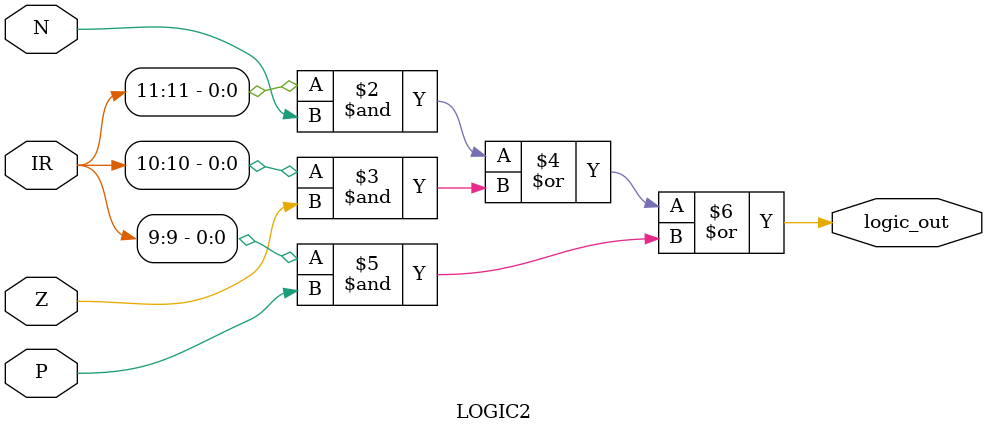
<source format=sv>
module LOGIC1(input  [15:0]BUS,
					output logic N,
					output logic Z,
					output logic P 
);

	always_comb
	begin
	P = 0 ;
	N = 0 ; 
	Z = 0 ;
	if(BUS != 16'h0000 && BUS[15] == 1'b0)
	P = 1'b1;
	
	if(BUS == 16'h0000)
	Z = 1'b1;
	
	
	if(BUS[15] == 1'b1)
	N = 1'b1;
	end
	
endmodule

module one_bit_register(input			logic		Clk, Reset, LD,
								input			logic		D,
								output logic      Data_Out);
								
								
								
								
								
								
								
								always_ff @ (posedge Clk)
    begin
	 	 if (Reset) //notice, this is a sycnrhonous reset, which is recommended on the FPGA
			  Data_Out <= 1'b0;
		 else if (LD)
			  Data_Out <= D;
    end
	
								
								
								
								
								
								
								
endmodule


								

module LOGIC2( input logic  [11:9] IR,
					input logic N, Z, P,
					output logic logic_out
					);
					always_comb
					begin
			logic_out = ((IR[11] & N) | (IR[10] & Z) | (IR[9] & P)) ;
			end
endmodule







</source>
